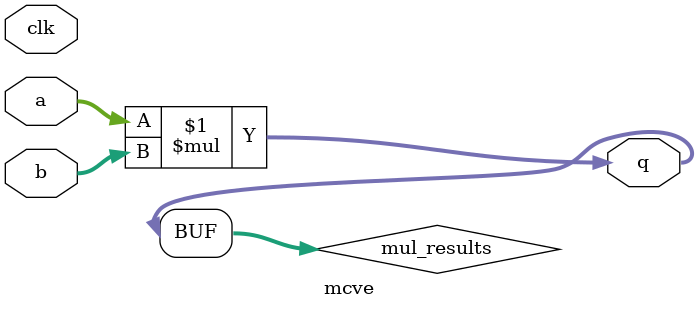
<source format=v>
module top(input clk, input [3:0] a, input [3:0] b, output reg [7:0] q);
    reg [3:0] a_reg;
    reg [3:0] b_reg;
    wire [7:0] q_out;

    // Use a dummy set of registers to delineate the bounds of the comb
    // network you want to retime for doing a latency/fmax evaluation.
    // nextpnr's --out-of-context mode will ignore giving timing for:
    // * Any comb logic seen by the output cone of top-level inputs up to the
    //   first FFs.
    // * Any comb logic from seen by the input cone of top-level outputs from
    //   last FFs.
    // Putting all the comb logic plus pipelining FFs in between two sets of
    // additional FFs ideally makes sure that --out-of-context gives timing
    // for the entire comb network you want to optimize.

    // In practice, this doesn't actually work well; even with (* keep = 1 *)
    // (omitted here) abc will happily retime these bounds registers, putting
    // comb logic before (usually) a/b_reg and after (rarely) q_out.
    always @(posedge clk) begin
        a_reg <= a;
        b_reg <= b;
        q <= q_out;
    end

    mcve mcve(clk, a_reg, b_reg, q_out);
endmodule

// Test both an input pipeline and output pipeline (even if Intel
// Hyperpipeling only adds pipelines to the output:
// https://www.intel.com/content/www/us/en/docs/programmable/683353/21-3/appendix-a-parameterizable-pipeline-modules.html)
// just to see how ABC reacts.
module mcve #(
    parameter INPUT_PIPELINE_DEPTH = 0,
    parameter OUTPUT_PIPELINE_DEPTH = 0,
)
(input clk, input [3:0] a, input [3:0] b, output [7:0] q);
    wire [7:0] mul_results;
    genvar i;

    generate
        if (INPUT_PIPELINE_DEPTH > 0) begin
            reg [3:0] a_reg[INPUT_PIPELINE_DEPTH-1:0];
            reg [3:0] b_reg[INPUT_PIPELINE_DEPTH-1:0];

            always @(posedge clk) begin
                a_reg[0] <= a;
                b_reg[0] <= b;
            end

            for(i = 1; i < INPUT_PIPELINE_DEPTH; i = i + 1) begin
                always @(posedge clk) begin
                    a_reg[i] <= a_reg[i - 1];
                    b_reg[i] <= b_reg[i - 1];
                end
            end

            assign mul_results = a_reg[INPUT_PIPELINE_DEPTH-1] * b_reg[INPUT_PIPELINE_DEPTH-1];
        end else begin
            assign mul_results = a * b;
        end
    endgenerate

    generate
        if (OUTPUT_PIPELINE_DEPTH > 0) begin
            reg [7:0] pipeline[OUTPUT_PIPELINE_DEPTH-1:0] ;

            always @(posedge clk) begin
                pipeline[0] <= mul_results;
            end

            for(i = 1; i < OUTPUT_PIPELINE_DEPTH; i = i + 1) begin
                always @(posedge clk) begin
                    pipeline[i] <= pipeline[i - 1];
                end
            end

            assign q = pipeline[OUTPUT_PIPELINE_DEPTH-1];
        end else begin
            assign q = mul_results;
        end
    endgenerate
endmodule

</source>
